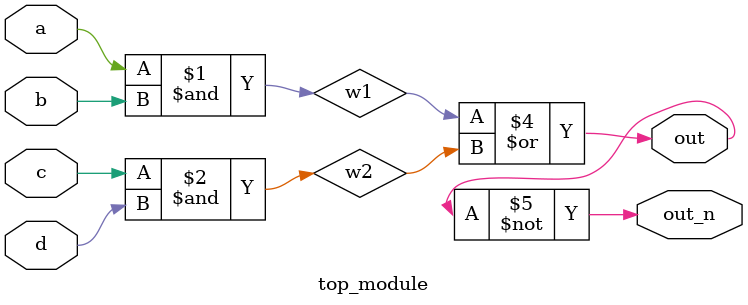
<source format=sv>
module top_module (
    input a,
    input b,
    input c,
    input d,
    output reg out,
    output reg out_n
);

    wire w1, w2;

    assign w1 = a & b;
    assign w2 = c & d;

    always @*
    begin
       out = w1 | w2;
       out_n = ~out;
    end

endmodule

</source>
